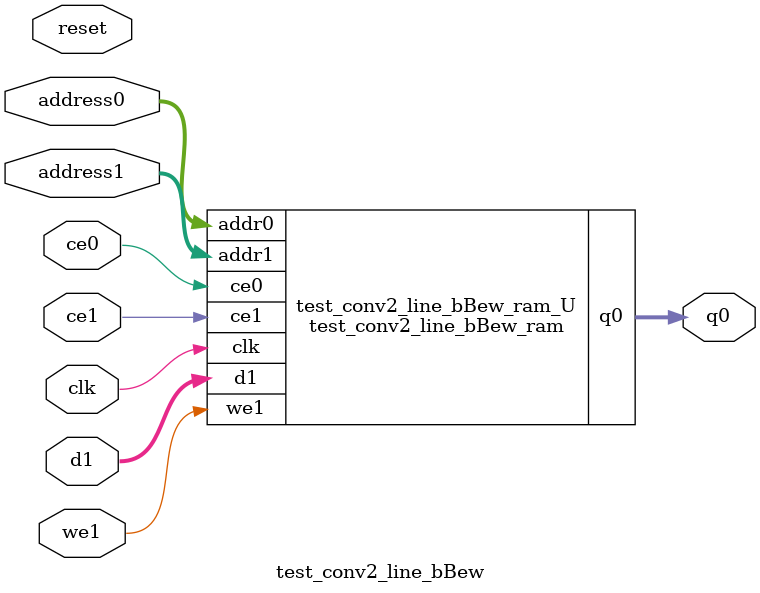
<source format=v>
`timescale 1 ns / 1 ps
module test_conv2_line_bBew_ram (addr0, ce0, q0, addr1, ce1, d1, we1,  clk);

parameter DWIDTH = 4;
parameter AWIDTH = 8;
parameter MEM_SIZE = 162;

input[AWIDTH-1:0] addr0;
input ce0;
output reg[DWIDTH-1:0] q0;
input[AWIDTH-1:0] addr1;
input ce1;
input[DWIDTH-1:0] d1;
input we1;
input clk;

(* ram_style = "distributed" *)reg [DWIDTH-1:0] ram[0:MEM_SIZE-1];




always @(posedge clk)  
begin 
    if (ce0) begin
        q0 <= ram[addr0];
    end
end


always @(posedge clk)  
begin 
    if (ce1) begin
        if (we1) 
            ram[addr1] <= d1; 
    end
end


endmodule

`timescale 1 ns / 1 ps
module test_conv2_line_bBew(
    reset,
    clk,
    address0,
    ce0,
    q0,
    address1,
    ce1,
    we1,
    d1);

parameter DataWidth = 32'd4;
parameter AddressRange = 32'd162;
parameter AddressWidth = 32'd8;
input reset;
input clk;
input[AddressWidth - 1:0] address0;
input ce0;
output[DataWidth - 1:0] q0;
input[AddressWidth - 1:0] address1;
input ce1;
input we1;
input[DataWidth - 1:0] d1;



test_conv2_line_bBew_ram test_conv2_line_bBew_ram_U(
    .clk( clk ),
    .addr0( address0 ),
    .ce0( ce0 ),
    .q0( q0 ),
    .addr1( address1 ),
    .ce1( ce1 ),
    .we1( we1 ),
    .d1( d1 ));

endmodule


</source>
